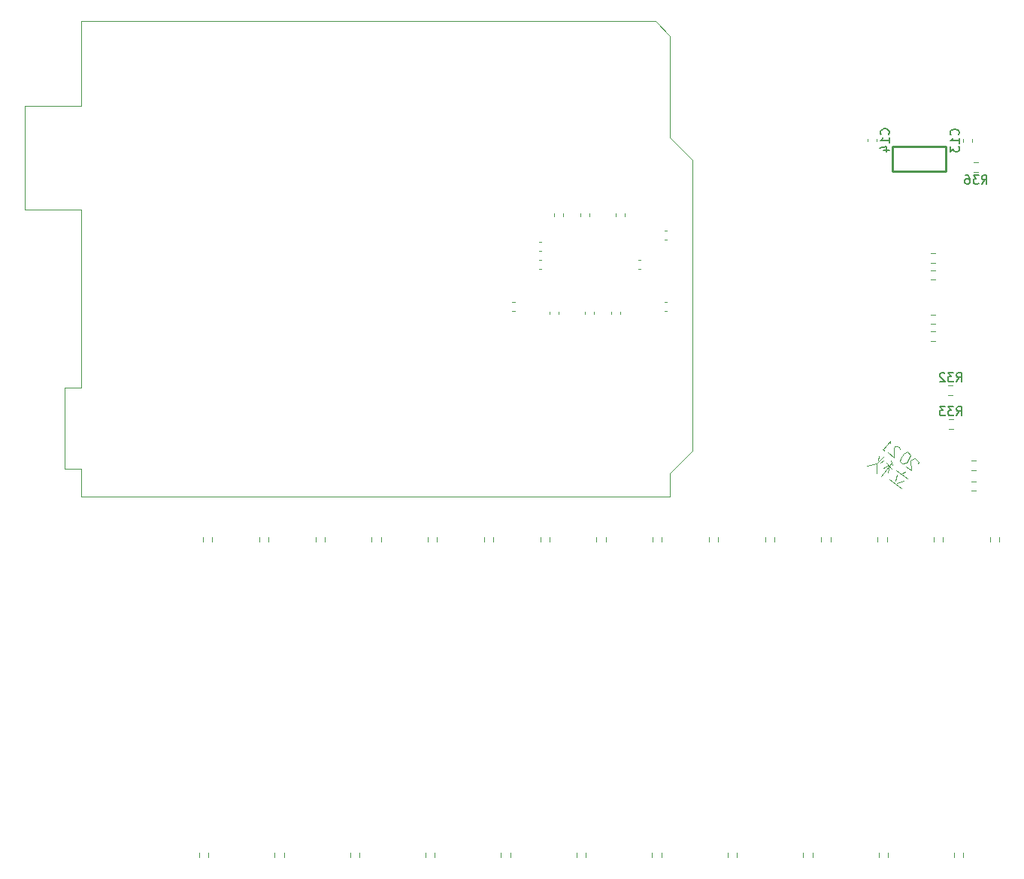
<source format=gbr>
%TF.GenerationSoftware,KiCad,Pcbnew,5.1.10*%
%TF.CreationDate,2021-08-09T15:51:23+08:00*%
%TF.ProjectId,ymmepm,796d6d65-706d-42e6-9b69-6361645f7063,rev?*%
%TF.SameCoordinates,Original*%
%TF.FileFunction,Legend,Bot*%
%TF.FilePolarity,Positive*%
%FSLAX46Y46*%
G04 Gerber Fmt 4.6, Leading zero omitted, Abs format (unit mm)*
G04 Created by KiCad (PCBNEW 5.1.10) date 2021-08-09 15:51:23*
%MOMM*%
%LPD*%
G01*
G04 APERTURE LIST*
%ADD10C,0.120000*%
%ADD11C,0.254000*%
%ADD12C,0.150000*%
G04 APERTURE END LIST*
D10*
X159004000Y-104013000D02*
X159004000Y-105029000D01*
X160909000Y-105410000D02*
X160972500Y-106489500D01*
X159004000Y-105029000D02*
X158369000Y-104457500D01*
X158623000Y-103187500D02*
X157861000Y-104140000D01*
X161798000Y-105537000D02*
X161671000Y-105346500D01*
X159385000Y-103759000D02*
X159131000Y-103759000D01*
X161099500Y-105219500D02*
X160909000Y-105410000D01*
X161734500Y-105727500D02*
X161798000Y-105537000D01*
X159639000Y-103886000D02*
X159385000Y-103759000D01*
X158750000Y-105600500D02*
X157607000Y-107188000D01*
X158686500Y-105346500D02*
X158877000Y-105918000D01*
X161671000Y-105346500D02*
X161417000Y-105156000D01*
X157289500Y-104902000D02*
X157226000Y-105410000D01*
X159829500Y-108521500D02*
X158496000Y-107505500D01*
X159956500Y-105727500D02*
X159702500Y-105473500D01*
X159702500Y-105473500D02*
X159766000Y-105092500D01*
X158623000Y-103441500D02*
X158623000Y-103187500D01*
X160528000Y-104394000D02*
X160909000Y-104775000D01*
X160464500Y-105600500D02*
X159956500Y-105727500D01*
X160083500Y-104584500D02*
X160528000Y-104394000D01*
X159131000Y-103759000D02*
X159004000Y-104013000D01*
X159702500Y-104140000D02*
X159639000Y-103886000D01*
X157924500Y-104838500D02*
X157099000Y-105727500D01*
X157861000Y-104140000D02*
X157924500Y-104267000D01*
X158496000Y-105981500D02*
X158369000Y-106743500D01*
X157099000Y-105727500D02*
X155956000Y-105981500D01*
X157861000Y-105410000D02*
X157480000Y-105600500D01*
X158432500Y-105918000D02*
X157797500Y-106235500D01*
X161417000Y-105156000D02*
X161099500Y-105219500D01*
X160972500Y-106489500D02*
X160401000Y-106045000D01*
X157924500Y-104267000D02*
X157734000Y-104076500D01*
X160274000Y-106680000D02*
X159956500Y-106807000D01*
X157099000Y-105727500D02*
X157035500Y-106807000D01*
X159385000Y-106997500D02*
X159194500Y-107696000D01*
X160083500Y-107632500D02*
X159385000Y-107886500D01*
X159766000Y-105092500D02*
X160083500Y-104584500D01*
X158750000Y-106299000D02*
X158178500Y-105600500D01*
X160909000Y-104775000D02*
X160464500Y-105600500D01*
X160528000Y-107442000D02*
X159258000Y-106489500D01*
%TO.C,R36*%
X167996776Y-71804000D02*
X168506224Y-71804000D01*
X167996776Y-72849000D02*
X168506224Y-72849000D01*
%TO.C,R35*%
X168235724Y-108790000D02*
X167726276Y-108790000D01*
X168235724Y-107745000D02*
X167726276Y-107745000D01*
%TO.C,R34*%
X168212224Y-106440500D02*
X167702776Y-106440500D01*
X168212224Y-105395500D02*
X167702776Y-105395500D01*
%TO.C,R33*%
X165672224Y-101805000D02*
X165162776Y-101805000D01*
X165672224Y-100760000D02*
X165162776Y-100760000D01*
%TO.C,R32*%
X165648724Y-97995000D02*
X165139276Y-97995000D01*
X165648724Y-96950000D02*
X165139276Y-96950000D01*
%TO.C,R31*%
X132818400Y-149605276D02*
X132818400Y-150114724D01*
X131773400Y-149605276D02*
X131773400Y-150114724D01*
%TO.C,R30*%
X170867600Y-114045276D02*
X170867600Y-114554724D01*
X169822600Y-114045276D02*
X169822600Y-114554724D01*
%TO.C,R29*%
X124315750Y-149605276D02*
X124315750Y-150114724D01*
X123270750Y-149605276D02*
X123270750Y-150114724D01*
%TO.C,R28*%
X164537546Y-114045276D02*
X164537546Y-114554724D01*
X163492546Y-114045276D02*
X163492546Y-114554724D01*
%TO.C,R27*%
X166829000Y-149605276D02*
X166829000Y-150114724D01*
X165784000Y-149605276D02*
X165784000Y-150114724D01*
%TO.C,R26*%
X158207504Y-114045276D02*
X158207504Y-114554724D01*
X157162504Y-114045276D02*
X157162504Y-114554724D01*
%TO.C,R25*%
X158326350Y-149605276D02*
X158326350Y-150114724D01*
X157281350Y-149605276D02*
X157281350Y-150114724D01*
%TO.C,R24*%
X151877462Y-114045276D02*
X151877462Y-114554724D01*
X150832462Y-114045276D02*
X150832462Y-114554724D01*
%TO.C,R23*%
X149823700Y-149605276D02*
X149823700Y-150114724D01*
X148778700Y-149605276D02*
X148778700Y-150114724D01*
%TO.C,R22*%
X145547420Y-114045276D02*
X145547420Y-114554724D01*
X144502420Y-114045276D02*
X144502420Y-114554724D01*
%TO.C,R21*%
X141321050Y-149605276D02*
X141321050Y-150114724D01*
X140276050Y-149605276D02*
X140276050Y-150114724D01*
%TO.C,R20*%
X139217378Y-114045276D02*
X139217378Y-114554724D01*
X138172378Y-114045276D02*
X138172378Y-114554724D01*
%TO.C,R19*%
X115813100Y-149605276D02*
X115813100Y-150114724D01*
X114768100Y-149605276D02*
X114768100Y-150114724D01*
%TO.C,R18*%
X132887336Y-114045276D02*
X132887336Y-114554724D01*
X131842336Y-114045276D02*
X131842336Y-114554724D01*
%TO.C,R17*%
X107310450Y-149605276D02*
X107310450Y-150114724D01*
X106265450Y-149605276D02*
X106265450Y-150114724D01*
%TO.C,R16*%
X126557294Y-114045276D02*
X126557294Y-114554724D01*
X125512294Y-114045276D02*
X125512294Y-114554724D01*
%TO.C,R15*%
X98807800Y-149605276D02*
X98807800Y-150114724D01*
X97762800Y-149605276D02*
X97762800Y-150114724D01*
%TO.C,R14*%
X120227252Y-114045276D02*
X120227252Y-114554724D01*
X119182252Y-114045276D02*
X119182252Y-114554724D01*
%TO.C,R13*%
X90305150Y-149605276D02*
X90305150Y-150114724D01*
X89260150Y-149605276D02*
X89260150Y-150114724D01*
%TO.C,R12*%
X113897210Y-114045276D02*
X113897210Y-114554724D01*
X112852210Y-114045276D02*
X112852210Y-114554724D01*
%TO.C,R11*%
X81802500Y-149605276D02*
X81802500Y-150114724D01*
X80757500Y-149605276D02*
X80757500Y-150114724D01*
%TO.C,R10*%
X107567168Y-114045276D02*
X107567168Y-114554724D01*
X106522168Y-114045276D02*
X106522168Y-114554724D01*
%TO.C,R9*%
X101237126Y-114045276D02*
X101237126Y-114554724D01*
X100192126Y-114045276D02*
X100192126Y-114554724D01*
%TO.C,R8*%
X94907084Y-114045276D02*
X94907084Y-114554724D01*
X93862084Y-114045276D02*
X93862084Y-114554724D01*
%TO.C,R7*%
X88577042Y-114045276D02*
X88577042Y-114554724D01*
X87532042Y-114045276D02*
X87532042Y-114554724D01*
%TO.C,R6*%
X82247000Y-114045276D02*
X82247000Y-114554724D01*
X81202000Y-114045276D02*
X81202000Y-114554724D01*
%TO.C,J10*%
X136337500Y-71497000D02*
X136337500Y-104267000D01*
X136337500Y-104267000D02*
X133797500Y-106807000D01*
X133797500Y-106807000D02*
X133797500Y-109477000D01*
X133797500Y-109477000D02*
X67497500Y-109477000D01*
X67497500Y-109477000D02*
X67497500Y-106297000D01*
X67497500Y-106297000D02*
X65597500Y-106297000D01*
X65597500Y-106297000D02*
X65597500Y-97157000D01*
X65597500Y-97157000D02*
X67497500Y-97157000D01*
X67497500Y-97157000D02*
X67497500Y-77087000D01*
X67497500Y-77087000D02*
X61147500Y-77087000D01*
X61147500Y-77087000D02*
X61147500Y-65407000D01*
X61147500Y-65407000D02*
X67497500Y-65407000D01*
X67497500Y-65407000D02*
X67497500Y-55877000D01*
X67497500Y-55877000D02*
X132147500Y-55877000D01*
X132147500Y-55877000D02*
X133797500Y-57527000D01*
X133797500Y-57527000D02*
X133797500Y-68957000D01*
X133797500Y-68957000D02*
X136337500Y-71497000D01*
%TO.C,R4*%
X163663724Y-82027500D02*
X163154276Y-82027500D01*
X163663724Y-83072500D02*
X163154276Y-83072500D01*
%TO.C,R3*%
X163663724Y-83932500D02*
X163154276Y-83932500D01*
X163663724Y-84977500D02*
X163154276Y-84977500D01*
%TO.C,R2*%
X163663724Y-88949000D02*
X163154276Y-88949000D01*
X163663724Y-89994000D02*
X163154276Y-89994000D01*
%TO.C,R1*%
X163663724Y-91899000D02*
X163154276Y-91899000D01*
X163663724Y-90854000D02*
X163154276Y-90854000D01*
D11*
%TO.C,VR1*%
X164834500Y-72814000D02*
X164834500Y-70014000D01*
X158834500Y-72814000D02*
X164834500Y-72814000D01*
X158834500Y-72814000D02*
X158834500Y-70014000D01*
X158834500Y-70014000D02*
X164834500Y-70014000D01*
D10*
%TO.C,C14*%
X157101000Y-69398267D02*
X157101000Y-69105733D01*
X156081000Y-69398267D02*
X156081000Y-69105733D01*
%TO.C,C13*%
X166812500Y-69158733D02*
X166812500Y-69451267D01*
X167832500Y-69158733D02*
X167832500Y-69451267D01*
%TO.C,C12*%
X124204000Y-88892767D02*
X124204000Y-88600233D01*
X125224000Y-88892767D02*
X125224000Y-88600233D01*
%TO.C,C11*%
X133469767Y-80520000D02*
X133177233Y-80520000D01*
X133469767Y-79500000D02*
X133177233Y-79500000D01*
%TO.C,C10*%
X133469767Y-88521000D02*
X133177233Y-88521000D01*
X133469767Y-87501000D02*
X133177233Y-87501000D01*
%TO.C,C9*%
X119006233Y-83758500D02*
X119298767Y-83758500D01*
X119006233Y-82738500D02*
X119298767Y-82738500D01*
%TO.C,C8*%
X119006233Y-80770000D02*
X119298767Y-80770000D01*
X119006233Y-81790000D02*
X119298767Y-81790000D01*
%TO.C,C7*%
X120203500Y-88892767D02*
X120203500Y-88600233D01*
X121223500Y-88892767D02*
X121223500Y-88600233D01*
%TO.C,C6*%
X116032233Y-87501000D02*
X116324767Y-87501000D01*
X116032233Y-88521000D02*
X116324767Y-88521000D01*
%TO.C,C5*%
X121731500Y-77540733D02*
X121731500Y-77833267D01*
X120711500Y-77540733D02*
X120711500Y-77833267D01*
%TO.C,C4*%
X127188500Y-88892767D02*
X127188500Y-88600233D01*
X128208500Y-88892767D02*
X128208500Y-88600233D01*
%TO.C,C3*%
X130485267Y-83758500D02*
X130192733Y-83758500D01*
X130485267Y-82738500D02*
X130192733Y-82738500D01*
%TO.C,C2*%
X128716500Y-77540733D02*
X128716500Y-77833267D01*
X127696500Y-77540733D02*
X127696500Y-77833267D01*
%TO.C,C1*%
X124716000Y-77540733D02*
X124716000Y-77833267D01*
X123696000Y-77540733D02*
X123696000Y-77833267D01*
%TO.C,R36*%
D12*
X168894357Y-74208880D02*
X169227690Y-73732690D01*
X169465785Y-74208880D02*
X169465785Y-73208880D01*
X169084833Y-73208880D01*
X168989595Y-73256500D01*
X168941976Y-73304119D01*
X168894357Y-73399357D01*
X168894357Y-73542214D01*
X168941976Y-73637452D01*
X168989595Y-73685071D01*
X169084833Y-73732690D01*
X169465785Y-73732690D01*
X168561023Y-73208880D02*
X167941976Y-73208880D01*
X168275309Y-73589833D01*
X168132452Y-73589833D01*
X168037214Y-73637452D01*
X167989595Y-73685071D01*
X167941976Y-73780309D01*
X167941976Y-74018404D01*
X167989595Y-74113642D01*
X168037214Y-74161261D01*
X168132452Y-74208880D01*
X168418166Y-74208880D01*
X168513404Y-74161261D01*
X168561023Y-74113642D01*
X167084833Y-73208880D02*
X167275309Y-73208880D01*
X167370547Y-73256500D01*
X167418166Y-73304119D01*
X167513404Y-73446976D01*
X167561023Y-73637452D01*
X167561023Y-74018404D01*
X167513404Y-74113642D01*
X167465785Y-74161261D01*
X167370547Y-74208880D01*
X167180071Y-74208880D01*
X167084833Y-74161261D01*
X167037214Y-74113642D01*
X166989595Y-74018404D01*
X166989595Y-73780309D01*
X167037214Y-73685071D01*
X167084833Y-73637452D01*
X167180071Y-73589833D01*
X167370547Y-73589833D01*
X167465785Y-73637452D01*
X167513404Y-73685071D01*
X167561023Y-73780309D01*
%TO.C,R33*%
X166060357Y-100304880D02*
X166393690Y-99828690D01*
X166631785Y-100304880D02*
X166631785Y-99304880D01*
X166250833Y-99304880D01*
X166155595Y-99352500D01*
X166107976Y-99400119D01*
X166060357Y-99495357D01*
X166060357Y-99638214D01*
X166107976Y-99733452D01*
X166155595Y-99781071D01*
X166250833Y-99828690D01*
X166631785Y-99828690D01*
X165727023Y-99304880D02*
X165107976Y-99304880D01*
X165441309Y-99685833D01*
X165298452Y-99685833D01*
X165203214Y-99733452D01*
X165155595Y-99781071D01*
X165107976Y-99876309D01*
X165107976Y-100114404D01*
X165155595Y-100209642D01*
X165203214Y-100257261D01*
X165298452Y-100304880D01*
X165584166Y-100304880D01*
X165679404Y-100257261D01*
X165727023Y-100209642D01*
X164774642Y-99304880D02*
X164155595Y-99304880D01*
X164488928Y-99685833D01*
X164346071Y-99685833D01*
X164250833Y-99733452D01*
X164203214Y-99781071D01*
X164155595Y-99876309D01*
X164155595Y-100114404D01*
X164203214Y-100209642D01*
X164250833Y-100257261D01*
X164346071Y-100304880D01*
X164631785Y-100304880D01*
X164727023Y-100257261D01*
X164774642Y-100209642D01*
%TO.C,R32*%
X166036857Y-96494880D02*
X166370190Y-96018690D01*
X166608285Y-96494880D02*
X166608285Y-95494880D01*
X166227333Y-95494880D01*
X166132095Y-95542500D01*
X166084476Y-95590119D01*
X166036857Y-95685357D01*
X166036857Y-95828214D01*
X166084476Y-95923452D01*
X166132095Y-95971071D01*
X166227333Y-96018690D01*
X166608285Y-96018690D01*
X165703523Y-95494880D02*
X165084476Y-95494880D01*
X165417809Y-95875833D01*
X165274952Y-95875833D01*
X165179714Y-95923452D01*
X165132095Y-95971071D01*
X165084476Y-96066309D01*
X165084476Y-96304404D01*
X165132095Y-96399642D01*
X165179714Y-96447261D01*
X165274952Y-96494880D01*
X165560666Y-96494880D01*
X165655904Y-96447261D01*
X165703523Y-96399642D01*
X164703523Y-95590119D02*
X164655904Y-95542500D01*
X164560666Y-95494880D01*
X164322571Y-95494880D01*
X164227333Y-95542500D01*
X164179714Y-95590119D01*
X164132095Y-95685357D01*
X164132095Y-95780595D01*
X164179714Y-95923452D01*
X164751142Y-96494880D01*
X164132095Y-96494880D01*
%TO.C,C14*%
X158378142Y-68609142D02*
X158425761Y-68561523D01*
X158473380Y-68418666D01*
X158473380Y-68323428D01*
X158425761Y-68180571D01*
X158330523Y-68085333D01*
X158235285Y-68037714D01*
X158044809Y-67990095D01*
X157901952Y-67990095D01*
X157711476Y-68037714D01*
X157616238Y-68085333D01*
X157521000Y-68180571D01*
X157473380Y-68323428D01*
X157473380Y-68418666D01*
X157521000Y-68561523D01*
X157568619Y-68609142D01*
X158473380Y-69561523D02*
X158473380Y-68990095D01*
X158473380Y-69275809D02*
X157473380Y-69275809D01*
X157616238Y-69180571D01*
X157711476Y-69085333D01*
X157759095Y-68990095D01*
X157806714Y-70418666D02*
X158473380Y-70418666D01*
X157425761Y-70180571D02*
X158140047Y-69942476D01*
X158140047Y-70561523D01*
%TO.C,C13*%
X166249642Y-68662142D02*
X166297261Y-68614523D01*
X166344880Y-68471666D01*
X166344880Y-68376428D01*
X166297261Y-68233571D01*
X166202023Y-68138333D01*
X166106785Y-68090714D01*
X165916309Y-68043095D01*
X165773452Y-68043095D01*
X165582976Y-68090714D01*
X165487738Y-68138333D01*
X165392500Y-68233571D01*
X165344880Y-68376428D01*
X165344880Y-68471666D01*
X165392500Y-68614523D01*
X165440119Y-68662142D01*
X166344880Y-69614523D02*
X166344880Y-69043095D01*
X166344880Y-69328809D02*
X165344880Y-69328809D01*
X165487738Y-69233571D01*
X165582976Y-69138333D01*
X165630595Y-69043095D01*
X165344880Y-69947857D02*
X165344880Y-70566904D01*
X165725833Y-70233571D01*
X165725833Y-70376428D01*
X165773452Y-70471666D01*
X165821071Y-70519285D01*
X165916309Y-70566904D01*
X166154404Y-70566904D01*
X166249642Y-70519285D01*
X166297261Y-70471666D01*
X166344880Y-70376428D01*
X166344880Y-70090714D01*
X166297261Y-69995476D01*
X166249642Y-69947857D01*
%TD*%
M02*

</source>
